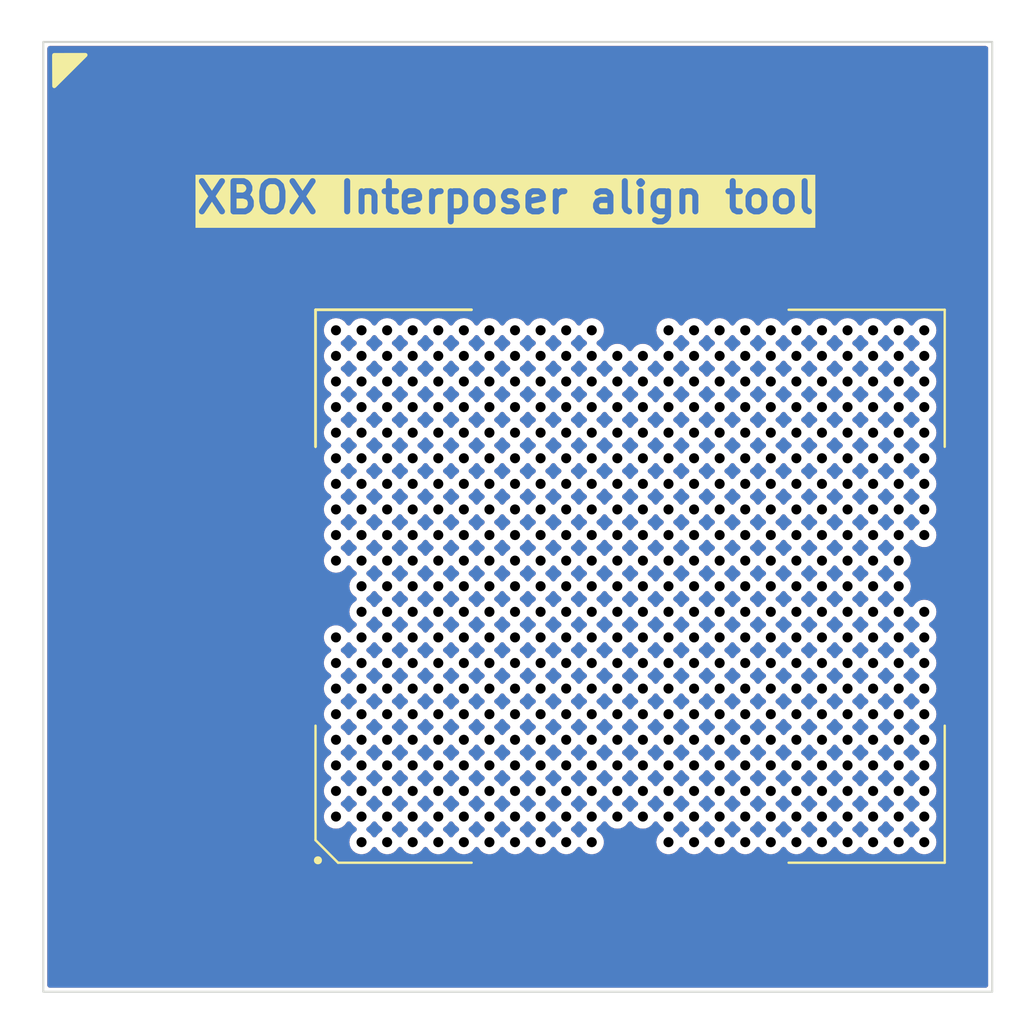
<source format=kicad_pcb>
(kicad_pcb (version 20221018) (generator pcbnew)
  (layers (0 "F.Cu" signal) (31 "B.Cu" signal) (34 "B.Paste" user) (35 "F.Paste" user) (36 "B.SilkS" user "B.Silkscreen") (37 "F.SilkS" user "F.Silkscreen") (38 "B.Mask" user) (39 "F.Mask" user) (44 "Edge.Cuts" user))
  (net 0 "")
  (net 1 "GND")
  (footprint "interposer:uBGA495-aligntool" (layer "B.Cu") (at 145.757559 100.246635 -90)
    (fp_text reference "U2" hide)
    (fp_text value "uPGA2")
    (pad "" np_thru_hole circle locked (at -12.7 -16.145 270) (size 0.5 0.5) (drill 0.7) (layers "*.Mask"))
    (pad "" np_thru_hole circle locked (at -12.7 -14.875 270) (size 0.5 0.5) (drill 0.7) (layers "*.Mask"))
    (pad "" np_thru_hole circle locked (at -12.7 -13.605 270) (size 0.5 0.5) (drill 0.7) (layers "*.Mask"))
    (pad "" np_thru_hole circle locked (at -12.7 -12.335 270) (size 0.5 0.5) (drill 0.7) (layers "*.Mask"))
    (pad "" np_thru_hole circle locked (at -12.7 -11.065 270) (size 0.5 0.5) (drill 0.7) (layers "*.Mask"))
    (pad "" np_thru_hole circle locked (at -12.7 -9.795 270) (size 0.5 0.5) (drill 0.7) (layers "*.Mask"))
    (pad "" np_thru_hole circle locked (at -12.7 -8.525 270) (size 0.5 0.5) (drill 0.7) (layers "*.Mask"))
    (pad "" np_thru_hole circle locked (at -12.7 -7.255 270) (size 0.5 0.5) (drill 0.7) (layers "*.Mask"))
    (pad "" np_thru_hole circle locked (at -12.7 -5.985 270) (size 0.5 0.5) (drill 0.7) (layers "*.Mask"))
    (pad "" np_thru_hole circle locked (at -12.7 -4.715 270) (size 0.5 0.5) (drill 0.7) (layers "*.Mask"))
    (pad "" np_thru_hole circle locked (at -12.7 -3.445 270) (size 0.5 0.5) (drill 0.7) (layers "*.Mask"))
    (pad "" np_thru_hole circle locked (at -12.7 0.365 270) (size 0.5 0.5) (drill 0.7) (layers "*.Mask"))
    (pad "" np_thru_hole circle locked (at -12.7 1.635 270) (size 0.5 0.5) (drill 0.7) (layers "*.Mask"))
    (pad "" np_thru_hole circle locked (at -12.7 2.905 270) (size 0.5 0.5) (drill 0.7) (layers "*.Mask"))
    (pad "" np_thru_hole circle locked (at -12.7 4.175 270) (size 0.5 0.5) (drill 0.7) (layers "*.Mask"))
    (pad "" np_thru_hole circle locked (at -12.7 5.445 270) (size 0.5 0.5) (drill 0.7) (layers "*.Mask"))
    (pad "" np_thru_hole circle locked (at -12.7 6.715 270) (size 0.5 0.5) (drill 0.7) (layers "*.Mask"))
    (pad "" np_thru_hole circle locked (at -12.7 7.985 270) (size 0.5 0.5) (drill 0.7) (layers "*.Mask"))
    (pad "" np_thru_hole circle locked (at -12.7 9.255 270) (size 0.5 0.5) (drill 0.7) (layers "*.Mask"))
    (pad "" np_thru_hole circle locked (at -12.7 10.525 270) (size 0.5 0.5) (drill 0.7) (layers "*.Mask"))
    (pad "" np_thru_hole circle locked (at -12.7 11.795 270) (size 0.5 0.5) (drill 0.7) (layers "*.Mask"))
    (pad "" np_thru_hole circle locked (at -12.7 13.065 270) (size 0.5 0.5) (drill 0.7) (layers "*.Mask"))
    (pad "" np_thru_hole circle locked (at -11.43 -16.145 270) (size 0.5 0.5) (drill 0.7) (layers "*.Mask"))
    (pad "" np_thru_hole circle locked (at -11.43 -14.875 270) (size 0.5 0.5) (drill 0.7) (layers "*.Mask"))
    (pad "" np_thru_hole circle locked (at -11.43 -13.605 270) (size 0.5 0.5) (drill 0.7) (layers "*.Mask"))
    (pad "" np_thru_hole circle locked (at -11.43 -12.335 270) (size 0.5 0.5) (drill 0.7) (layers "*.Mask"))
    (pad "" np_thru_hole circle locked (at -11.43 -11.065 270) (size 0.5 0.5) (drill 0.7) (layers "*.Mask"))
    (pad "" np_thru_hole circle locked (at -11.43 -9.795 270) (size 0.5 0.5) (drill 0.7) (layers "*.Mask"))
    (pad "" np_thru_hole circle locked (at -11.43 -8.525 270) (size 0.5 0.5) (drill 0.7) (layers "*.Mask"))
    (pad "" np_thru_hole circle locked (at -11.43 -7.255 270) (size 0.5 0.5) (drill 0.7) (layers "*.Mask"))
    (pad "" np_thru_hole circle locked (at -11.43 -5.985 270) (size 0.5 0.5) (drill 0.7) (layers "*.Mask"))
    (pad "" np_thru_hole circle locked (at -11.43 -4.715 270) (size 0.5 0.5) (drill 0.7) (layers "*.Mask"))
    (pad "" np_thru_hole circle locked (at -11.43 -3.445 270) (size 0.5 0.5) (drill 0.7) (layers "*.Mask"))
    (pad "" np_thru_hole circle locked (at -11.43 -2.175 270) (size 0.5 0.5) (drill 0.7) (layers "*.Mask"))
    (pad "" np_thru_hole circle locked (at -11.43 -0.905 270) (size 0.5 0.5) (drill 0.7) (layers "*.Mask"))
    (pad "" np_thru_hole circle locked (at -11.43 0.365 270) (size 0.5 0.5) (drill 0.7) (layers "*.Mask"))
    (pad "" np_thru_hole circle locked (at -11.43 1.635 270) (size 0.5 0.5) (drill 0.7) (layers "*.Mask"))
    (pad "" np_thru_hole circle locked (at -11.43 2.905 270) (size 0.5 0.5) (drill 0.7) (layers "*.Mask"))
    (pad "" np_thru_hole circle locked (at -11.43 4.175 270) (size 0.5 0.5) (drill 0.7) (layers "*.Mask"))
    (pad "" np_thru_hole circle locked (at -11.43 5.445 270) (size 0.5 0.5) (drill 0.7) (layers "*.Mask"))
    (pad "" np_thru_hole circle locked (at -11.43 6.715 270) (size 0.5 0.5) (drill 0.7) (layers "*.Mask"))
    (pad "" np_thru_hole circle locked (at -11.43 7.985 270) (size 0.5 0.5) (drill 0.7) (layers "*.Mask"))
    (pad "" np_thru_hole circle locked (at -11.43 9.255 270) (size 0.5 0.5) (drill 0.7) (layers "*.Mask"))
    (pad "" np_thru_hole circle locked (at -11.43 10.525 270) (size 0.5 0.5) (drill 0.7) (layers "*.Mask"))
    (pad "" np_thru_hole circle locked (at -11.43 11.795 270) (size 0.5 0.5) (drill 0.7) (layers "*.Mask"))
    (pad "" np_thru_hole circle locked (at -11.43 13.065 270) (size 0.5 0.5) (drill 0.7) (layers "*.Mask"))
    (pad "" np_thru_hole circle locked (at -10.16 -16.145 270) (size 0.5 0.5) (drill 0.7) (layers "*.Mask"))
    (pad "" np_thru_hole circle locked (at -10.16 -14.875 270) (size 0.5 0.5) (drill 0.7) (layers "*.Mask"))
    (pad "" np_thru_hole circle locked (at -10.16 -13.605 270) (size 0.5 0.5) (drill 0.7) (layers "*.Mask"))
    (pad "" np_thru_hole circle locked (at -10.16 -12.335 270) (size 0.5 0.5) (drill 0.7) (layers "*.Mask"))
    (pad "" np_thru_hole circle locked (at -10.16 -11.065 270) (size 0.5 0.5) (drill 0.7) (layers "*.Mask"))
    (pad "" np_thru_hole circle locked (at -10.16 -9.795 270) (size 0.5 0.5) (drill 0.7) (layers "*.Mask"))
    (pad "" np_thru_hole circle locked (at -10.16 -8.525 270) (size 0.5 0.5) (drill 0.7) (layers "*.Mask"))
    (pad "" np_thru_hole circle locked (at -10.16 -7.255 270) (size 0.5 0.5) (drill 0.7) (layers "*.Mask"))
    (pad "" np_thru_hole circle locked (at -10.16 -5.985 270) (size 0.5 0.5) (drill 0.7) (layers "*.Mask"))
    (pad "" np_thru_hole circle locked (at -10.16 -4.715 270) (size 0.5 0.5) (drill 0.7) (layers "*.Mask"))
    (pad "" np_thru_hole circle locked (at -10.16 -3.445 270) (size 0.5 0.5) (drill 0.7) (layers "*.Mask"))
    (pad "" np_thru_hole circle locked (at -10.16 -2.175 270) (size 0.5 0.5) (drill 0.7) (layers "*.Mask"))
    (pad "" np_thru_hole circle locked (at -10.16 -0.905 270) (size 0.5 0.5) (drill 0.7) (layers "*.Mask"))
    (pad "" np_thru_hole circle locked (at -10.16 0.365 270) (size 0.5 0.5) (drill 0.7) (layers "*.Mask"))
    (pad "" np_thru_hole circle locked (at -10.16 1.635 270) (size 0.5 0.5) (drill 0.7) (layers "*.Mask"))
    (pad "" np_thru_hole circle locked (at -10.16 2.905 270) (size 0.5 0.5) (drill 0.7) (layers "*.Mask"))
    (pad "" np_thru_hole circle locked (at -10.16 4.175 270) (size 0.5 0.5) (drill 0.7) (layers "*.Mask"))
    (pad "" np_thru_hole circle locked (at -10.16 5.445 270) (size 0.5 0.5) (drill 0.7) (layers "*.Mask"))
    (pad "" np_thru_hole circle locked (at -10.16 6.715 270) (size 0.5 0.5) (drill 0.7) (layers "*.Mask"))
    (pad "" np_thru_hole circle locked (at -10.16 7.985 270) (size 0.5 0.5) (drill 0.7) (layers "*.Mask"))
    (pad "" np_thru_hole circle locked (at -10.16 9.255 270) (size 0.5 0.5) (drill 0.7) (layers "*.Mask"))
    (pad "" np_thru_hole circle locked (at -10.16 10.525 270) (size 0.5 0.5) (drill 0.7) (layers "*.Mask"))
    (pad "" np_thru_hole circle locked (at -10.16 11.795 270) (size 0.5 0.5) (drill 0.7) (layers "*.Mask"))
    (pad "" np_thru_hole circle locked (at -10.16 13.065 270) (size 0.5 0.5) (drill 0.7) (layers "*.Mask"))
    (pad "" np_thru_hole circle locked (at -8.89 -16.145 270) (size 0.5 0.5) (drill 0.7) (layers "*.Mask"))
    (pad "" np_thru_hole circle locked (at -8.89 -14.875 270) (size 0.5 0.5) (drill 0.7) (layers "*.Mask"))
    (pad "" np_thru_hole circle locked (at -8.89 -13.605 270) (size 0.5 0.5) (drill 0.7) (layers "*.Mask"))
    (pad "" np_thru_hole circle locked (at -8.89 -12.335 270) (size 0.5 0.5) (drill 0.7) (layers "*.Mask"))
    (pad "" np_thru_hole circle locked (at -8.89 -11.065 270) (size 0.5 0.5) (drill 0.7) (layers "*.Mask"))
    (pad "" np_thru_hole circle locked (at -8.89 -9.795 270) (size 0.5 0.5) (drill 0.7) (layers "*.Mask"))
    (pad "" np_thru_hole circle locked (at -8.89 -8.525 270) (size 0.5 0.5) (drill 0.7) (layers "*.Mask"))
    (pad "" np_thru_hole circle locked (at -8.89 -7.255 270) (size 0.5 0.5) (drill 0.7) (layers "*.Mask"))
    (pad "" np_thru_hole circle locked (at -8.89 -5.985 270) (size 0.5 0.5) (drill 0.7) (layers "*.Mask"))
    (pad "" np_thru_hole circle locked (at -8.89 -4.715 270) (size 0.5 0.5) (drill 0.7) (layers "*.Mask"))
    (pad "" np_thru_hole circle locked (at -8.89 -3.445 270) (size 0.5 0.5) (drill 0.7) (layers "*.Mask"))
    (pad "" np_thru_hole circle locked (at -8.89 -2.175 270) (size 0.5 0.5) (drill 0.7) (layers "*.Mask"))
    (pad "" np_thru_hole circle locked (at -8.89 -0.905 270) (size 0.5 0.5) (drill 0.7) (layers "*.Mask"))
    (pad "" np_thru_hole circle locked (at -8.89 0.365 270) (size 0.5 0.5) (drill 0.7) (layers "*.Mask"))
    (pad "" np_thru_hole circle locked (at -8.89 1.635 270) (size 0.5 0.5) (drill 0.7) (layers "*.Mask"))
    (pad "" np_thru_hole circle locked (at -8.89 2.905 270) (size 0.5 0.5) (drill 0.7) (layers "*.Mask"))
    (pad "" np_thru_hole circle locked (at -8.89 4.175 270) (size 0.5 0.5) (drill 0.7) (layers "*.Mask"))
    (pad "" np_thru_hole circle locked (at -8.89 5.445 270) (size 0.5 0.5) (drill 0.7) (layers "*.Mask"))
    (pad "" np_thru_hole circle locked (at -8.89 6.715 270) (size 0.5 0.5) (drill 0.7) (layers "*.Mask"))
    (pad "" np_thru_hole circle locked (at -8.89 7.985 270) (size 0.5 0.5) (drill 0.7) (layers "*.Mask"))
    (pad "" np_thru_hole circle locked (at -8.89 9.255 270) (size 0.5 0.5) (drill 0.7) (layers "*.Mask"))
    (pad "" np_thru_hole circle locked (at -8.89 10.525 270) (size 0.5 0.5) (drill 0.7) (layers "*.Mask"))
    (pad "" np_thru_hole circle locked (at -8.89 11.795 270) (size 0.5 0.5) (drill 0.7) (layers "*.Mask"))
    (pad "" np_thru_hole circle locked (at -8.89 13.065 270) (size 0.5 0.5) (drill 0.7) (layers "*.Mask"))
    (pad "" np_thru_hole circle locked (at -7.62 -16.145 270) (size 0.5 0.5) (drill 0.7) (layers "*.Mask"))
    (pad "" np_thru_hole circle locked (at -7.62 -14.875 270) (size 0.5 0.5) (drill 0.7) (layers "*.Mask"))
    (pad "" np_thru_hole circle locked (at -7.62 -13.605 270) (size 0.5 0.5) (drill 0.7) (layers "*.Mask"))
    (pad "" np_thru_hole circle locked (at -7.62 -12.335 270) (size 0.5 0.5) (drill 0.7) (layers "*.Mask"))
    (pad "" np_thru_hole circle locked (at -7.62 -11.065 270) (size 0.5 0.5) (drill 0.7) (layers "*.Mask"))
    (pad "" np_thru_hole circle locked (at -7.62 -9.795 270) (size 0.5 0.5) (drill 0.7) (layers "*.Mask"))
    (pad "" np_thru_hole circle locked (at -7.62 -8.525 270) (size 0.5 0.5) (drill 0.7) (layers "*.Mask"))
    (pad "" np_thru_hole circle locked (at -7.62 -7.255 270) (size 0.5 0.5) (drill 0.7) (layers "*.Mask"))
    (pad "" np_thru_hole circle locked (at -7.62 -5.985 270) (size 0.5 0.5) (drill 0.7) (layers "*.Mask"))
    (pad "" np_thru_hole circle locked (at -7.62 -4.715 270) (size 0.5 0.5) (drill 0.7) (layers "*.Mask"))
    (pad "" np_thru_hole circle locked (at -7.62 -3.445 270) (size 0.5 0.5) (drill 0.7) (layers "*.Mask"))
    (pad "" np_thru_hole circle locked (at -7.62 -2.175 270) (size 0.5 0.5) (drill 0.7) (layers "*.Mask"))
    (pad "" np_thru_hole circle locked (at -7.62 -0.905 270) (size 0.5 0.5) (drill 0.7) (layers "*.Mask"))
    (pad "" np_thru_hole circle locked (at -7.62 0.365 270) (size 0.5 0.5) (drill 0.7) (layers "*.Mask"))
    (pad "" np_thru_hole circle locked (at -7.62 1.635 270) (size 0.5 0.5) (drill 0.7) (layers "*.Mask"))
    (pad "" np_thru_hole circle locked (at -7.62 2.905 270) (size 0.5 0.5) (drill 0.7) (layers "*.Mask"))
    (pad "" np_thru_hole circle locked (at -7.62 4.175 270) (size 0.5 0.5) (drill 0.7) (layers "*.Mask"))
    (pad "" np_thru_hole circle locked (at -7.62 5.445 270) (size 0.5 0.5) (drill 0.7) (layers "*.Mask"))
    (pad "" np_thru_hole circle locked (at -7.62 6.715 270) (size 0.5 0.5) (drill 0.7) (layers "*.Mask"))
    (pad "" np_thru_hole circle locked (at -7.62 7.985 270) (size 0.5 0.5) (drill 0.7) (layers "*.Mask"))
    (pad "" np_thru_hole circle locked (at -7.62 9.255 270) (size 0.5 0.5) (drill 0.7) (layers "*.Mask"))
    (pad "" np_thru_hole circle locked (at -7.62 10.525 270) (size 0.5 0.5) (drill 0.7) (layers "*.Mask"))
    (pad "" np_thru_hole circle locked (at -7.62 11.795 270) (size 0.5 0.5) (drill 0.7) (layers "*.Mask"))
    (pad "" np_thru_hole circle locked (at -7.62 13.065 270) (size 0.5 0.5) (drill 0.7) (layers "*.Mask"))
    (pad "" np_thru_hole circle locked (at -6.35 -16.145 270) (size 0.5 0.5) (drill 0.7) (layers "*.Mask"))
    (pad "" np_thru_hole circle locked (at -6.35 -14.875 270) (size 0.5 0.5) (drill 0.7) (layers "*.Mask"))
    (pad "" np_thru_hole circle locked (at -6.35 -13.605 270) (size 0.5 0.5) (drill 0.7) (layers "*.Mask"))
    (pad "" np_thru_hole circle locked (at -6.35 -12.335 270) (size 0.5 0.5) (drill 0.7) (layers "*.Mask"))
    (pad "" np_thru_hole circle locked (at -6.35 -11.065 270) (size 0.5 0.5) (drill 0.7) (layers "*.Mask"))
    (pad "" np_thru_hole circle locked (at -6.35 -9.795 270) (size 0.5 0.5) (drill 0.7) (layers "*.Mask"))
    (pad "" np_thru_hole circle locked (at -6.35 -8.525 270) (size 0.5 0.5) (drill 0.7) (layers "*.Mask"))
    (pad "" np_thru_hole circle locked (at -6.35 -7.255 270) (size 0.5 0.5) (drill 0.7) (layers "*.Mask"))
    (pad "" np_thru_hole circle locked (at -6.35 -5.985 270) (size 0.5 0.5) (drill 0.7) (layers "*.Mask"))
    (pad "" np_thru_hole circle locked (at -6.35 -4.715 270) (size 0.5 0.5) (drill 0.7) (layers "*.Mask"))
    (pad "" np_thru_hole circle locked (at -6.35 -3.445 270) (size 0.5 0.5) (drill 0.7) (layers "*.Mask"))
    (pad "" np_thru_hole circle locked (at -6.35 -2.175 270) (size 0.5 0.5) (drill 0.7) (layers "*.Mask"))
    (pad "" np_thru_hole circle locked (at -6.35 -0.905 270) (size 0.5 0.5) (drill 0.7) (layers "*.Mask"))
    (pad "" np_thru_hole circle locked (at -6.35 0.365 270) (size 0.5 0.5) (drill 0.7) (layers "*.Mask"))
    (pad "" np_thru_hole circle locked (at -6.35 1.635 270) (size 0.5 0.5) (drill 0.7) (layers "*.Mask"))
    (pad "" np_thru_hole circle locked (at -6.35 2.905 270) (size 0.5 0.5) (drill 0.7) (layers "*.Mask"))
    (pad "" np_thru_hole circle locked (at -6.35 4.175 270) (size 0.5 0.5) (drill 0.7) (layers "*.Mask"))
    (pad "" np_thru_hole circle locked (at -6.35 5.445 270) (size 0.5 0.5) (drill 0.7) (layers "*.Mask"))
    (pad "" np_thru_hole circle locked (at -6.35 6.715 270) (size 0.5 0.5) (drill 0.7) (layers "*.Mask"))
    (pad "" np_thru_hole circle locked (at -6.35 7.985 270) (size 0.5 0.5) (drill 0.7) (layers "*.Mask"))
    (pad "" np_thru_hole circle locked (at -6.35 9.255 270) (size 0.5 0.5) (drill 0.7) (layers "*.Mask"))
    (pad "" np_thru_hole circle locked (at -6.35 10.525 270) (size 0.5 0.5) (drill 0.7) (layers "*.Mask"))
    (pad "" np_thru_hole circle locked (at -6.35 11.795 270) (size 0.5 0.5) (drill 0.7) (layers "*.Mask"))
    (pad "" np_thru_hole circle locked (at -6.35 13.065 270) (size 0.5 0.5) (drill 0.7) (layers "*.Mask"))
    (pad "" np_thru_hole circle locked (at -5.08 -16.145 270) (size 0.5 0.5) (drill 0.7) (layers "*.Mask"))
    (pad "" np_thru_hole circle locked (at -5.08 -14.875 270) (size 0.5 0.5) (drill 0.7) (layers "*.Mask"))
    (pad "" np_thru_hole circle locked (at -5.08 -13.605 270) (size 0.5 0.5) (drill 0.7) (layers "*.Mask"))
    (pad "" np_thru_hole circle locked (at -5.08 -12.335 270) (size 0.5 0.5) (drill 0.7) (layers "*.Mask"))
    (pad "" np_thru_hole circle locked (at -5.08 -11.065 270) (size 0.5 0.5) (drill 0.7) (layers "*.Mask"))
    (pad "" np_thru_hole circle locked (at -5.08 -9.795 270) (size 0.5 0.5) (drill 0.7) (layers "*.Mask"))
    (pad "" np_thru_hole circle locked (at -5.08 -8.525 270) (size 0.5 0.5) (drill 0.7) (layers "*.Mask"))
    (pad "" np_thru_hole circle locked (at -5.08 -7.255 270) (size 0.5 0.5) (drill 0.7) (layers "*.Mask"))
    (pad "" np_thru_hole circle locked (at -5.08 -5.985 270) (size 0.5 0.5) (drill 0.7) (layers "*.Mask"))
    (pad "" np_thru_hole circle locked (at -5.08 -4.715 270) (size 0.5 0.5) (drill 0.7) (layers "*.Mask"))
    (pad "" np_thru_hole circle locked (at -5.08 -3.445 270) (size 0.5 0.5) (drill 0.7) (layers "*.Mask"))
    (pad "" np_thru_hole circle locked (at -5.08 -2.175 270) (size 0.5 0.5) (drill 0.7) (layers "*.Mask"))
    (pad "" np_thru_hole circle locked (at -5.08 -0.905 270) (size 0.5 0.5) (drill 0.7) (layers "*.Mask"))
    (pad "" np_thru_hole circle locked (at -5.08 0.365 270) (size 0.5 0.5) (drill 0.7) (layers "*.Mask"))
    (pad "" np_thru_hole circle locked (at -5.08 1.635 270) (size 0.5 0.5) (drill 0.7) (layers "*.Mask"))
    (pad "" np_thru_hole circle locked (at -5.08 2.905 270) (size 0.5 0.5) (drill 0.7) (layers "*.Mask"))
    (pad "" np_thru_hole circle locked (at -5.08 4.175 270) (size 0.5 0.5) (drill 0.7) (layers "*.Mask"))
    (pad "" np_thru_hole circle locked (at -5.08 5.445 270) (size 0.5 0.5) (drill 0.7) (layers "*.Mask"))
    (pad "" np_thru_hole circle locked (at -5.08 6.715 270) (size 0.5 0.5) (drill 0.7) (layers "*.Mask"))
    (pad "" np_thru_hole circle locked (at -5.08 7.985 270) (size 0.5 0.5) (drill 0.7) (layers "*.Mask"))
    (pad "" np_thru_hole circle locked (at -5.08 9.255 270) (size 0.5 0.5) (drill 0.7) (layers "*.Mask"))
    (pad "" np_thru_hole circle locked (at -5.08 10.525 270) (size 0.5 0.5) (drill 0.7) (layers "*.Mask"))
    (pad "" np_thru_hole circle locked (at -5.08 11.795 270) (size 0.5 0.5) (drill 0.7) (layers "*.Mask"))
    (pad "" np_thru_hole circle locked (at -5.08 13.065 270) (size 0.5 0.5) (drill 0.7) (layers "*.Mask"))
    (pad "" np_thru_hole circle locked (at -3.81 -16.145 270) (size 0.5 0.5) (drill 0.7) (layers "*.Mask"))
    (pad "" np_thru_hole circle locked (at -3.81 -14.875 270) (size 0.5 0.5) (drill 0.7) (layers "*.Mask"))
    (pad "" np_thru_hole circle locked (at -3.81 -13.605 270) (size 0.5 0.5) (drill 0.7) (layers "*.Mask"))
    (pad "" np_thru_hole circle locked (at -3.81 -12.335 270) (size 0.5 0.5) (drill 0.7) (layers "*.Mask"))
    (pad "" np_thru_hole circle locked (at -3.81 -11.065 270) (size 0.5 0.5) (drill 0.7) (layers "*.Mask"))
    (pad "" np_thru_hole circle locked (at -3.81 -9.795 270) (size 0.5 0.5) (drill 0.7) (layers "*.Mask"))
    (pad "" np_thru_hole circle locked (at -3.81 -8.525 270) (size 0.5 0.5) (drill 0.7) (layers "*.Mask"))
    (pad "" np_thru_hole circle locked (at -3.81 -7.255 270) (size 0.5 0.5) (drill 0.7) (layers "*.Mask"))
    (pad "" np_thru_hole circle locked (at -3.81 -5.985 270) (size 0.5 0.5) (drill 0.7) (layers "*.Mask"))
    (pad "" np_thru_hole circle locked (at -3.81 -4.715 270) (size 0.5 0.5) (drill 0.7) (layers "*.Mask"))
    (pad "" np_thru_hole circle locked (at -3.81 -3.445 270) (size 0.5 0.5) (drill 0.7) (layers "*.Mask"))
    (pad "" np_thru_hole circle locked (at -3.81 -2.175 270) (size 0.5 0.5) (drill 0.7) (layers "*.Mask"))
    (pad "" np_thru_hole circle locked (at -3.81 -0.905 270) (size 0.5 0.5) (drill 0.7) (layers "*.Mask"))
    (pad "" np_thru_hole circle locked (at -3.81 0.365 270) (size 0.5 0.5) (drill 0.7) (layers "*.Mask"))
    (pad "" np_thru_hole circle locked (at -3.81 1.635 270) (size 0.5 0.5) (drill 0.7) (layers "*.Mask"))
    (pad "" np_thru_hole circle locked (at -3.81 2.905 270) (size 0.5 0.5) (drill 0.7) (layers "*.Mask"))
    (pad "" np_thru_hole circle locked (at -3.81 4.175 270) (size 0.5 0.5) (drill 0.7) (layers "*.Mask"))
    (pad "" np_thru_hole circle locked (at -3.81 5.445 270) (size 0.5 0.5) (drill 0.7) (layers "*.Mask"))
    (pad "" np_thru_hole circle locked (at -3.81 6.715 270) (size 0.5 0.5) (drill 0.7) (layers "*.Mask"))
    (pad "" np_thru_hole circle locked (at -3.81 7.985 270) (size 0.5 0.5) (drill 0.7) (layers "*.Mask"))
    (pad "" np_thru_hole circle locked (at -3.81 9.255 270) (size 0.5 0.5) (drill 0.7) (layers "*.Mask"))
    (pad "" np_thru_hole circle locked (at -3.81 10.525 270) (size 0.5 0.5) (drill 0.7) (layers "*.Mask"))
    (pad "" np_thru_hole circle locked (at -3.81 11.795 270) (size 0.5 0.5) (drill 0.7) (layers "*.Mask"))
    (pad "" np_thru_hole circle locked (at -3.81 13.065 270) (size 0.5 0.5) (drill 0.7) (layers "*.Mask"))
    (pad "" np_thru_hole circle locked (at -2.54 -16.145 270) (size 0.5 0.5) (drill 0.7) (layers "*.Mask"))
    (pad "" np_thru_hole circle locked (at -2.54 -14.875 270) (size 0.5 0.5) (drill 0.7) (layers "*.Mask"))
    (pad "" np_thru_hole circle locked (at -2.54 -13.605 270) (size 0.5 0.5) (drill 0.7) (layers "*.Mask"))
    (pad "" np_thru_hole circle locked (at -2.54 -12.335 270) (size 0.5 0.5) (drill 0.7) (layers "*.Mask"))
    (pad "" np_thru_hole circle locked (at -2.54 -11.065 270) (size 0.5 0.5) (drill 0.7) (layers "*.Mask"))
    (pad "" np_thru_hole circle locked (at -2.54 -9.795 270) (size 0.5 0.5) (drill 0.7) (layers "*.Mask"))
    (pad "" np_thru_hole circle locked (at -2.54 -8.525 270) (size 0.5 0.5) (drill 0.7) (layers "*.Mask"))
    (pad "" np_thru_hole circle locked (at -2.54 -7.255 270) (size 0.5 0.5) (drill 0.7) (layers "*.Mask"))
    (pad "" np_thru_hole circle locked (at -2.54 -5.985 270) (size 0.5 0.5) (drill 0.7) (layers "*.Mask"))
    (pad "" np_thru_hole circle locked (at -2.54 -4.715 270) (size 0.5 0.5) (drill 0.7) (layers "*.Mask"))
    (pad "" np_thru_hole circle locked (at -2.54 -3.445 270) (size 0.5 0.5) (drill 0.7) (layers "*.Mask"))
    (pad "" np_thru_hole circle locked (at -2.54 -2.175 270) (size 0.5 0.5) (drill 0.7) (layers "*.Mask"))
    (pad "" np_thru_hole circle locked (at -2.54 -0.905 270) (size 0.5 0.5) (drill 0.7) (layers "*.Mask"))
    (pad "" np_thru_hole circle locked (at -2.54 0.365 270) (size 0.5 0.5) (drill 0.7) (layers "*.Mask"))
    (pad "" np_thru_hole circle locked (at -2.54 1.635 270) (size 0.5 0.5) (drill 0.7) (layers "*.Mask"))
    (pad "" np_thru_hole circle locked (at -2.54 2.905 270) (size 0.5 0.5) (drill 0.7) (layers "*.Mask"))
    (pad "" np_thru_hole circle locked (at -2.54 4.175 270) (size 0.5 0.5) (drill 0.7) (layers "*.Mask"))
    (pad "" np_thru_hole circle locked (at -2.54 5.445 270) (size 0.5 0.5) (drill 0.7) (layers "*.Mask"))
    (pad "" np_thru_hole circle locked (at -2.54 6.715 270) (size 0.5 0.5) (drill 0.7) (layers "*.Mask"))
    (pad "" np_thru_hole circle locked (at -2.54 7.985 270) (size 0.5 0.5) (drill 0.7) (layers "*.Mask"))
    (pad "" np_thru_hole circle locked (at -2.54 9.255 270) (size 0.5 0.5) (drill 0.7) (layers "*.Mask"))
    (pad "" np_thru_hole circle locked (at -2.54 10.525 270) (size 0.5 0.5) (drill 0.7) (layers "*.Mask"))
    (pad "" np_thru_hole circle locked (at -2.54 11.795 270) (size 0.5 0.5) (drill 0.7) (layers "*.Mask"))
    (pad "" np_thru_hole circle locked (at -2.54 13.065 270) (size 0.5 0.5) (drill 0.7) (layers "*.Mask"))
    (pad "" np_thru_hole circle locked (at -1.27 -14.875 270) (size 0.5 0.5) (drill 0.7) (layers "*.Mask"))
    (pad "" np_thru_hole circle locked (at -1.27 -13.605 270) (size 0.5 0.5) (drill 0.7) (layers "*.Mask"))
    (pad "" np_thru_hole circle locked (at -1.27 -12.335 270) (size 0.5 0.5) (drill 0.7) (layers "*.Mask"))
    (pad "" np_thru_hole circle locked (at -1.27 -11.065 270) (size 0.5 0.5) (drill 0.7) (layers "*.Mask"))
    (pad "" np_thru_hole circle locked (at -1.27 -9.795 270) (size 0.5 0.5) (drill 0.7) (layers "*.Mask"))
    (pad "" np_thru_hole circle locked (at -1.27 -8.525 270) (size 0.5 0.5) (drill 0.7) (layers "*.Mask"))
    (pad "" np_thru_hole circle locked (at -1.27 -7.255 270) (size 0.5 0.5) (drill 0.7) (layers "*.Mask"))
    (pad "" np_thru_hole circle locked (at -1.27 -5.985 270) (size 0.5 0.5) (drill 0.7) (layers "*.Mask"))
    (pad "" np_thru_hole circle locked (at -1.27 -4.715 270) (size 0.5 0.5) (drill 0.7) (layers "*.Mask"))
    (pad "" np_thru_hole circle locked (at -1.27 -3.445 270) (size 0.5 0.5) (drill 0.7) (layers "*.Mask"))
    (pad "" np_thru_hole circle locked (at -1.27 -2.175 270) (size 0.5 0.5) (drill 0.7) (layers "*.Mask"))
    (pad "" np_thru_hole circle locked (at -1.27 -0.905 270) (size 0.5 0.5) (drill 0.7) (layers "*.Mask"))
    (pad "" np_thru_hole circle locked (at -1.27 0.365 270) (size 0.5 0.5) (drill 0.7) (layers "*.Mask"))
    (pad "" np_thru_hole circle locked (at -1.27 1.635 270) (size 0.5 0.5) (drill 0.7) (layers "*.Mask"))
    (pad "" np_thru_hole circle locked (at -1.27 2.905 270) (size 0.5 0.5) (drill 0.7) (layers "*.Mask"))
    (pad "" np_thru_hole circle locked (at -1.27 4.175 270) (size 0.5 0.5) (drill 0.7) (layers "*.Mask"))
    (pad "" np_thru_hole circle locked (at -1.27 5.445 270) (size 0.5 0.5) (drill 0.7) (layers "*.Mask"))
    (pad "" np_thru_hole circle locked (at -1.27 6.715 270) (size 0.5 0.5) (drill 0.7) (layers "*.Mask"))
    (pad "" np_thru_hole circle locked (at -1.27 7.985 270) (size 0.5 0.5) (drill 0.7) (layers "*.Mask"))
    (pad "" np_thru_hole circle locked (at -1.27 9.255 270) (size 0.5 0.5) (drill 0.7) (layers "*.Mask"))
    (pad "" np_thru_hole circle locked (at -1.27 10.525 270) (size 0.5 0.5) (drill 0.7) (layers "*.Mask"))
    (pad "" np_thru_hole circle locked (at -1.27 11.795 270) (size 0.5 0.5) (drill 0.7) (layers "*.Mask"))
    (pad "" np_thru_hole circle locked (at -1.27 13.065 270) (size 0.5 0.5) (drill 0.7) (layers "*.Mask"))
    (pad "" np_thru_hole circle locked (at 0 -14.875 270) (size 0.5 0.5) (drill 0.7) (layers "*.Mask"))
    (pad "" np_thru_hole circle locked (at 0 -13.605 270) (size 0.5 0.5) (drill 0.7) (layers "*.Mask"))
    (pad "" np_thru_hole circle locked (at 0 -12.335 270) (size 0.5 0.5) (drill 0.7) (layers "*.Mask"))
    (pad "" np_thru_hole circle locked (at 0 -11.065 270) (size 0.5 0.5) (drill 0.7) (layers "*.Mask"))
    (pad "" np_thru_hole circle locked (at 0 -9.795 270) (size 0.5 0.5) (drill 0.7) (layers "*.Mask"))
    (pad "" np_thru_hole circle locked (at 0 -8.525 270) (size 0.5 0.5) (drill 0.7) (layers "*.Mask"))
    (pad "" np_thru_hole circle locked (at 0 -7.255 270) (size 0.5 0.5) (drill 0.7) (layers "*.Mask"))
    (pad "" np_thru_hole circle locked (at 0 -5.985 270) (size 0.5 0.5) (drill 0.7) (layers "*.Mask"))
    (pad "" np_thru_hole circle locked (at 0 -4.715 270) (size 0.5 0.5) (drill 0.7) (layers "*.Mask"))
    (pad "" np_thru_hole circle locked (at 0 -3.445 270) (size 0.5 0.5) (drill 0.7) (layers "*.Mask"))
    (pad "" np_thru_hole circle locked (at 0 -2.175 270) (size 0.5 0.5) (drill 0.7) (layers "*.Mask"))
    (pad "" np_thru_hole circle locked (at 0 -0.905 270) (size 0.5 0.5) (drill 0.7) (layers "*.Mask"))
    (pad "" np_thru_hole circle locked (at 0 0.365 270) (size 0.5 0.5) (drill 0.7) (layers "*.Mask"))
    (pad "" np_thru_hole circle locked (at 0 1.635 270) (size 0.5 0.5) (drill 0.7) (layers "*.Mask"))
    (pad "" np_thru_hole circle locked (at 0 2.905 270) (size 0.5 0.5) (drill 0.7) (layers "*.Mask"))
    (pad "" np_thru_hole circle locked (at 0 4.175 270) (size 0.5 0.5) (drill 0.7) (layers "*.Mask"))
    (pad "" np_thru_hole circle locked (at 0 5.445 270) (size 0.5 0.5) (drill 0.7) (layers "*.Mask"))
    (pad "" np_thru_hole circle locked (at 0 6.715 270) (size 0.5 0.5) (drill 0.7) (layers "*.Mask"))
    (pad "" np_thru_hole circle locked (at 0 7.985 270) (size 0.5 0.5) (drill 0.7) (layers "*.Mask"))
    (pad "" np_thru_hole circle locked (at 0 9.255 270) (size 0.5 0.5) (drill 0.7) (layers "*.Mask"))
    (pad "" np_thru_hole circle locked (at 0 10.525 270) (size 0.5 0.5) (drill 0.7) (layers "*.Mask"))
    (pad "" np_thru_hole circle locked (at 0 11.795 270) (size 0.5 0.5) (drill 0.7) (layers "*.Mask"))
    (pad "" np_thru_hole circle locked (at 1.27 -16.145 270) (size 0.5 0.5) (drill 0.7) (layers "*.Mask"))
    (pad "" np_thru_hole circle locked (at 1.27 -14.875 270) (size 0.5 0.5) (drill 0.7) (layers "*.Mask"))
    (pad "" np_thru_hole circle locked (at 1.27 -13.605 270) (size 0.5 0.5) (drill 0.7) (layers "*.Mask"))
    (pad "" np_thru_hole circle locked (at 1.27 -12.335 270) (size 0.5 0.5) (drill 0.7) (layers "*.Mask"))
    (pad "" np_thru_hole circle locked (at 1.27 -11.065 270) (size 0.5 0.5) (drill 0.7) (layers "*.Mask"))
    (pad "" np_thru_hole circle locked (at 1.27 -9.795 270) (size 0.5 0.5) (drill 0.7) (layers "*.Mask"))
    (pad "" np_thru_hole circle locked (at 1.27 -8.525 270) (size 0.5 0.5) (drill 0.7) (layers "*.Mask"))
    (pad "" np_thru_hole circle locked (at 1.27 -7.255 270) (size 0.5 0.5) (drill 0.7) (layers "*.Mask"))
    (pad "" np_thru_hole circle locked (at 1.27 -5.985 270) (size 0.5 0.5) (drill 0.7) (layers "*.Mask"))
    (pad "" np_thru_hole circle locked (at 1.27 -4.715 270) (size 0.5 0.5) (drill 0.7) (layers "*.Mask"))
    (pad "" np_thru_hole circle locked (at 1.27 -3.445 270) (size 0.5 0.5) (drill 0.7) (layers "*.Mask"))
    (pad "" np_thru_hole circle locked (at 1.27 -2.175 270) (size 0.5 0.5) (drill 0.7) (layers "*.Mask"))
    (pad "" np_thru_hole circle locked (at 1.27 -0.905 270) (size 0.5 0.5) (drill 0.7) (layers "*.Mask"))
    (pad "" np_thru_hole circle locked (at 1.27 0.365 270) (size 0.5 0.5) (drill 0.7) (layers "*.Mask"))
    (pad "" np_thru_hole circle locked (at 1.27 1.635 270) (size 0.5 0.5) (drill 0.7) (layers "*.Mask"))
    (pad "" np_thru_hole circle locked (at 1.27 2.905 270) (size 0.5 0.5) (drill 0.7) (layers "*.Mask"))
    (pad "" np_thru_hole circle locked (at 1.27 4.175 270) (size 0.5 0.5) (drill 0.7) (layers "*.Mask"))
    (pad "" np_thru_hole circle locked (at 1.27 5.445 270) (size 0.5 0.5) (drill 0.7) (layers "*.Mask"))
    (pad "" np_thru_hole circle locked (at 1.27 6.715 270) (size 0.5 0.5) (drill 0.7) (layers "*.Mask"))
    (pad "" np_thru_hole circle locked (at 1.27 7.985 270) (size 0.5 0.5) (drill 0.7) (layers "*.Mask"))
    (pad "" np_thru_hole circle locked (at 1.27 9.255 270) (size 0.5 0.5) (drill 0.7) (layers "*.Mask"))
    (pad "" np_thru_hole circle locked (at 1.27 10.525 270) (size 0.5 0.5) (drill 0.7) (layers "*.Mask"))
    (pad "" np_thru_hole circle locked (at 1.27 11.795 270) (size 0.5 0.5) (drill 0.7) (layers "*.Mask"))
    (pad "" np_thru_hole circle locked (at 2.54 -16.145 270) (size 0.5 0.5) (drill 0.7) (layers "*.Mask"))
    (pad "" np_thru_hole circle locked (at 2.54 -14.875 270) (size 0.5 0.5) (drill 0.7) (layers "*.Mask"))
    (pad "" np_thru_hole circle locked (at 2.54 -13.605 270) (size 0.5 0.5) (drill 0.7) (layers "*.Mask"))
    (pad "" np_thru_hole circle locked (at 2.54 -12.335 270) (size 0.5 0.5) (drill 0.7) (layers "*.Mask"))
    (pad "" np_thru_hole circle locked (at 2.54 -11.065 270) (size 0.5 0.5) (drill 0.7) (layers "*.Mask"))
    (pad "" np_thru_hole circle locked (at 2.54 -9.795 270) (size 0.5 0.5) (drill 0.7) (layers "*.Mask"))
    (pad "" np_thru_hole circle locked (at 2.54 -8.525 270) (size 0.5 0.5) (drill 0.7) (layers "*.Mask"))
    (pad "" np_thru_hole circle locked (at 2.54 -7.255 270) (size 0.5 0.5) (drill 0.7) (layers "*.Mask"))
    (pad "" np_thru_hole circle locked (at 2.54 -5.985 270) (size 0.5 0.5) (drill 0.7) (layers "*.Mask"))
    (pad "" np_thru_hole circle locked (at 2.54 -4.715 270) (size 0.5 0.5) (drill 0.7) (layers "*.Mask"))
    (pad "" np_thru_hole circle locked (at 2.54 -3.445 270) (size 0.5 0.5) (drill 0.7) (layers "*.Mask"))
    (pad "" np_thru_hole circle locked (at 2.54 -2.175 270) (size 0.5 0.5) (drill 0.7) (layers "*.Mask"))
    (pad "" np_thru_hole circle locked (at 2.54 -0.905 270) (size 0.5 0.5) (drill 0.7) (layers "*.Mask"))
    (pad "" np_thru_hole circle locked (at 2.54 0.365 270) (size 0.5 0.5) (drill 0.7) (layers "*.Mask"))
    (pad "" np_thru_hole circle locked (at 2.54 1.635 270) (size 0.5 0.5) (drill 0.7) (layers "*.Mask"))
    (pad "" np_thru_hole circle locked (at 2.54 2.905 270) (size 0.5 0.5) (drill 0.7) (layers "*.Mask"))
    (pad "" np_thru_hole circle locked (at 2.54 4.175 270) (size 0.5 0.5) (drill 0.7) (layers "*.Mask"))
    (pad "" np_thru_hole circle locked (at 2.54 5.445 270) (size 0.5 0.5) (drill 0.7) (layers "*.Mask"))
    (pad "" np_thru_hole circle locked (at 2.54 6.715 270) (size 0.5 0.5) (drill 0.7) (layers "*.Mask"))
    (pad "" np_thru_hole circle locked (at 2.54 7.985 270) (size 0.5 0.5) (drill 0.7) (layers "*.Mask"))
    (pad "" np_thru_hole circle locked (at 2.54 9.255 270) (size 0.5 0.5) (drill 0.7) (layers "*.Mask"))
    (pad "" np_thru_hole circle locked (at 2.54 10.525 270) (size 0.5 0.5) (drill 0.7) (layers "*.Mask"))
    (pad "" np_thru_hole circle locked (at 2.54 11.795 270) (size 0.5 0.5) (drill 0.7) (layers "*.Mask"))
    (pad "" np_thru_hole circle locked (at 2.54 13.065 270) (size 0.5 0.5) (drill 0.7) (layers "*.Mask"))
    (pad "" np_thru_hole circle locked (at 3.81 -16.145 270) (size 0.5 0.5) (drill 0.7) (layers "*.Mask"))
    (pad "" np_thru_hole circle locked (at 3.81 -14.875 270) (size 0.5 0.5) (drill 0.7) (layers "*.Mask"))
    (pad "" np_thru_hole circle locked (at 3.81 -13.605 270) (size 0.5 0.5) (drill 0.7) (layers "*.Mask"))
    (pad "" np_thru_hole circle locked (at 3.81 -12.335 270) (size 0.5 0.5) (drill 0.7) (layers "*.Mask"))
    (pad "" np_thru_hole circle locked (at 3.81 -11.065 270) (size 0.5 0.5) (drill 0.7) (layers "*.Mask"))
    (pad "" np_thru_hole circle locked (at 3.81 -9.795 270) (size 0.5 0.5) (drill 0.7) (layers "*.Mask"))
    (pad "" np_thru_hole circle locked (at 3.81 -8.525 270) (size 0.5 0.5) (drill 0.7) (layers "*.Mask"))
    (pad "" np_thru_hole circle locked (at 3.81 -7.255 270) (size 0.5 0.5) (drill 0.7) (layers "*.Mask"))
    (pad "" np_thru_hole circle locked (at 3.81 -5.985 270) (size 0.5 0.5) (drill 0.7) (layers "*.Mask"))
    (pad "" np_thru_hole circle locked (at 3.81 -4.715 270) (size 0.5 0.5) (drill 0.7) (layers "*.Mask"))
    (pad "" np_thru_hole circle locked (at 3.81 -3.445 270) (size 0.5 0.5) (drill 0.7) (layers "*.Mask"))
    (pad "" np_thru_hole circle locked (at 3.81 -2.175 270) (size 0.5 0.5) (drill 0.7) (layers "*.Mask"))
    (pad "" np_thru_hole circle locked (at 3.81 -0.905 270) (size 0.5 0.5) (drill 0.7) (layers "*.Mask"))
    (pad "" np_thru_hole circle locked (at 3.81 0.365 270) (size 0.5 0.5) (drill 0.7) (layers "*.Mask"))
    (pad "" np_thru_hole circle locked (at 3.81 1.635 270) (size 0.5 0.5) (drill 0.7) (layers "*.Mask"))
    (pad "" np_thru_hole circle locked (at 3.81 2.905 270) (size 0.5 0.5) (drill 0.7) (layers "*.Mask"))
    (pad "" np_thru_hole circle locked (at 3.81 4.175 270) (size 0.5 0.5) (drill 0.7) (layers "*.Mask"))
    (pad "" np_thru_hole circle locked (at 3.81 5.445 270) (size 0.5 0.5) (drill 0.7) (layers "*.Mask"))
    (pad "" np_thru_hole circle locked (at 3.81 6.715 270) (size 0.5 0.5) (drill 0.7) (layers "*.Mask"))
    (pad "" np_thru_hole circle locked (at 3.81 7.985 270) (size 0.5 0.5) (drill 0.7) (layers "*.Mask"))
    (pad "" np_thru_hole circle locked (at 3.81 9.255 270) (size 0.5 0.5) (drill 0.7) (layers "*.Mask"))
    (pad "" np_thru_hole circle locked (at 3.81 10.525 270) (size 0.5 0.5) (drill 0.7) (layers "*.Mask"))
    (pad "" np_thru_hole circle locked (at 3.81 11.795 270) (size 0.5 0.5) (drill 0.7) (layers "*.Mask"))
    (pad "" np_thru_hole circle locked (at 3.81 13.065 270) (size 0.5 0.5) (drill 0.7) (layers "*.Mask"))
    (pad "" np_thru_hole circle locked (at 5.08 -16.145 270) (size 0.5 0.5) (drill 0.7) (layers "*.Mask"))
    (pad "" np_thru_hole circle locked (at 5.08 -14.875 270) (size 0.5 0.5) (drill 0.7) (layers "*.Mask"))
    (pad "" np_thru_hole circle locked (at 5.08 -13.605 270) (size 0.5 0.5) (drill 0.7) (layers "*.Mask"))
    (pad "" np_thru_hole circle locked (at 5.08 -12.335 270) (size 0.5 0.5) (drill 0.7) (layers "*.Mask"))
    (pad "" np_thru_hole circle locked (at 5.08 -11.065 270) (size 0.5 0.5) (drill 0.7) (layers "*.Mask"))
    (pad "" np_thru_hole circle locked (at 5.08 -9.795 270) (size 0.5 0.5) (drill 0.7) (layers "*.Mask"))
    (pad "" np_thru_hole circle locked (at 5.08 -8.525 270) (size 0.5 0.5) (drill 0.7) (layers "*.Mask"))
    (pad "" np_thru_hole circle locked (at 5.08 -7.255 270) (size 0.5 0.5) (drill 0.7) (layers "*.Mask"))
    (pad "" np_thru_hole circle locked (at 5.08 -5.985 270) (size 0.5 0.5) (drill 0.7) (layers "*.Mask"))
    (pad "" np_thru_hole circle locked (at 5.08 -4.715 270) (size 0.5 0.5) (drill 0.7) (layers "*.Mask"))
    (pad "" np_thru_hole circle locked (at 5.08 -3.445 270) (size 0.5 0.5) (drill 0.7) (layers "*.Mask"))
    (pad "" np_thru_hole circle locked (at 5.08 -2.175 270) (size 0.5 0.5) (drill 0.7) (layers "*.Mask"))
    (pad "" np_thru_hole circle locked (at 5.08 -0.905 270) (size 0.5 0.5) (drill 0.7) (layers "*.Mask"))
    (pad "" np_thru_hole circle locked (at 5.08 0.365 270) (size 0.5 0.5) (drill 0.7) (layers "*.Mask"))
    (pad "" np_thru_hole circle locked (at 5.08 1.635 270) (size 0.5 0.5) (drill 0.7) (layers "*.Mask"))
    (pad "" np_thru_hole circle locked (at 5.08 2.905 270) (size 0.5 0.5) (drill 0.7) (layers "*.Mask"))
    (pad "" np_thru_hole circle locked (at 5.08 4.175 270) (size 0.5 0.5) (drill 0.7) (layers "*.Mask"))
    (pad "" np_thru_hole circle locked (at 5.08 5.445 270) (size 0.5 0.5) (drill 0.7) (layers "*.Mask"))
    (pad "" np_thru_hole circle locked (at 5.08 6.715 270) (size 0.5 0.5) (drill 0.7) (layers "*.Mask"))
    (pad "" np_thru_hole circle locked (at 5.08 7.985 270) (size 0.5 0.5) (drill 0.7) (layers "*.Mask"))
    (pad "" np_thru_hole circle locked (at 5.08 9.255 270) (size 0.5 0.5) (drill 0.7) (layers "*.Mask"))
    (pad "" np_thru_hole circle locked (at 5.08 10.525 270) (size 0.5 0.5) (drill 0.7) (layers "*.Mask"))
    (pad "" np_thru_hole circle locked (at 5.08 11.795 270) (size 0.5 0.5) (drill 0.7) (layers "*.Mask"))
    (pad "" np_thru_hole circle locked (at 5.08 13.065 270) (size 0.5 0.5) (drill 0.7) (layers "*.Mask"))
    (pad "" np_thru_hole circle locked (at 6.35 -16.145 270) (size 0.5 0.5) (drill 0.7) (layers "*.Mask"))
    (pad "" np_thru_hole circle locked (at 6.35 -14.875 270) (size 0.5 0.5) (drill 0.7) (layers "*.Mask"))
    (pad "" np_thru_hole circle locked (at 6.35 -13.605 270) (size 0.5 0.5) (drill 0.7) (layers "*.Mask"))
    (pad "" np_thru_hole circle locked (at 6.35 -12.335 270) (size 0.5 0.5) (drill 0.7) (layers "*.Mask"))
    (pad "" np_thru_hole circle locked (at 6.35 -11.065 270) (size 0.5 0.5) (drill 0.7) (layers "*.Mask"))
    (pad "" np_thru_hole circle locked (at 6.35 -9.795 270) (size 0.5 0.5) (drill 0.7) (layers "*.Mask"))
    (pad "" np_thru_hole circle locked (at 6.35 -8.525 270) (size 0.5 0.5) (drill 0.7) (layers "*.Mask"))
    (pad "" np_thru_hole circle locked (at 6.35 -7.255 270) (size 0.5 0.5) (drill 0.7) (layers "*.Mask"))
    (pad "" np_thru_hole circle locked (at 6.35 -5.985 270) (size 0.5 0.5) (drill 0.7) (layers "*.Mask"))
    (pad "" np_thru_hole circle locked (at 6.35 -4.715 270) (size 0.5 0.5) (drill 0.7) (layers "*.Mask"))
    (pad "" np_thru_hole circle locked (at 6.35 -3.445 270) (size 0.5 0.5) (drill 0.7) (layers "*.Mask"))
    (pad "" np_thru_hole circle locked (at 6.35 -2.175 270) (size 0.5 0.5) (drill 0.7) (layers "*.Mask"))
    (pad "" np_thru_hole circle locked (at 6.35 -0.905 270) (size 0.5 0.5) (drill 0.7) (layers "*.Mask"))
    (pad "" np_thru_hole circle locked (at 6.35 0.365 270) (size 0.5 0.5) (drill 0.7) (layers "*.Mask"))
    (pad "" np_thru_hole circle locked (at 6.35 1.635 270) (size 0.5 0.5) (drill 0.7) (layers "*.Mask"))
    (pad "" np_thru_hole circle locked (at 6.35 2.905 270) (size 0.5 0.5) (drill 0.7) (layers "*.Mask"))
    (pad "" np_thru_hole circle locked (at 6.35 4.175 270) (size 0.5 0.5) (drill 0.7) (layers "*.Mask"))
    (pad "" np_thru_hole circle locked (at 6.35 5.445 270) (size 0.5 0.5) (drill 0.7) (layers "*.Mask"))
    (pad "" np_thru_hole circle locked (at 6.35 6.715 270) (size 0.5 0.5) (drill 0.7) (layers "*.Mask"))
    (pad "" np_thru_hole circle locked (at 6.35 7.985 270) (size 0.5 0.5) (drill 0.7) (layers "*.Mask"))
    (pad "" np_thru_hole circle locked (at 6.35 9.255 270) (size 0.5 0.5) (drill 0.7) (layers "*.Mask"))
    (pad "" np_thru_hole circle locked (at 6.35 10.525 270) (size 0.5 0.5) (drill 0.7) (layers "*.Mask"))
    (pad "" np_thru_hole circle locked (at 6.35 11.795 270) (size 0.5 0.5) (drill 0.7) (layers "*.Mask"))
    (pad "" np_thru_hole circle locked (at 6.35 13.065 270) (size 0.5 0.5) (drill 0.7) (layers "*.Mask"))
    (pad "" np_thru_hole circle locked (at 7.62 -16.145 270) (size 0.5 0.5) (drill 0.7) (layers "*.Mask"))
    (pad "" np_thru_hole circle locked (at 7.62 -14.875 270) (size 0.5 0.5) (drill 0.7) (layers "*.Mask"))
    (pad "" np_thru_hole circle locked (at 7.62 -13.605 270) (size 0.5 0.5) (drill 0.7) (layers "*.Mask"))
    (pad "" np_thru_hole circle locked (at 7.62 -12.335 270) (size 0.5 0.5) (drill 0.7) (layers "*.Mask"))
    (pad "" np_thru_hole circle locked (at 7.62 -11.065 270) (size 0.5 0.5) (drill 0.7) (layers "*.Mask"))
    (pad "" np_thru_hole circle locked (at 7.62 -9.795 270) (size 0.5 0.5) (drill 0.7) (layers "*.Mask"))
    (pad "" np_thru_hole circle locked (at 7.62 -8.525 270) (size 0.5 0.5) (drill 0.7) (layers "*.Mask"))
    (pad "" np_thru_hole circle locked (at 7.62 -7.255 270) (size 0.5 0.5) (drill 0.7) (layers "*.Mask"))
    (pad "" np_thru_hole circle locked (at 7.62 -5.985 270) (size 0.5 0.5) (drill 0.7) (layers "*.Mask"))
    (pad "" np_thru_hole circle locked (at 7.62 -4.715 270) (size 0.5 0.5) (drill 0.7) (layers "*.Mask"))
    (pad "" np_thru_hole circle locked (at 7.62 -3.445 270) (size 0.5 0.5) (drill 0.7) (layers "*.Mask"))
    (pad "" np_thru_hole circle locked (at 7.62 -2.175 270) (size 0.5 0.5) (drill 0.7) (layers "*.Mask"))
    (pad "" np_thru_hole circle locked (at 7.62 -0.905 270) (size 0.5 0.5) (drill 0.7) (layers "*.Mask"))
    (pad "" np_thru_hole circle locked (at 7.62 0.365 270) (size 0.5 0.5) (drill 0.7) (layers "*.Mask"))
    (pad "" np_thru_hole circle locked (at 7.62 1.635 270) (size 0.5 0.5) (drill 0.7) (layers "*.Mask"))
    (pad "" np_thru_hole circle locked (at 7.62 2.905 270) (size 0.5 0.5) (drill 0.7) (layers "*.Mask"))
    (pad "" np_thru_hole circle locked (at 7.62 4.175 270) (size 0.5 0.5) (drill 0.7) (layers "*.Mask"))
    (pad "" np_thru_hole circle locked (at 7.62 5.445 270) (size 0.5 0.5) (drill 0.7) (layers "*.Mask"))
    (pad "" np_thru_hole circle locked (at 7.62 6.715 270) (size 0.5 0.5) (drill 0.7) (layers "*.Mask"))
    (pad "" np_thru_hole circle locked (at 7.62 7.985 270) (size 0.5 0.5) (drill 0.7) (layers "*.Mask"))
    (pad "" np_thru_hole circle locked (at 7.62 9.255 270) (size 0.5 0.5) (drill 0.7) (layers "*.Mask"))
    (pad "" np_thru_hole circle locked (at 7.62 10.525 270) (size 0.5 0.5) (drill 0.7) (layers "*.Mask"))
    (pad "" np_thru_hole circle locked (at 7.62 11.795 270) (size 0.5 0.5) (drill 0.7) (layers "*.Mask"))
    (pad "" np_thru_hole circle locked (at 7.62 13.065 270) (size 0.5 0.5) (drill 0.7) (layers "*.Mask"))
    (pad "" np_thru_hole circle locked (at 8.89 -16.145 270) (size 0.5 0.5) (drill 0.7) (layers "*.Mask"))
    (pad "" np_thru_hole circle locked (at 8.89 -14.875 270) (size 0.5 0.5) (drill 0.7) (layers "*.Mask"))
    (pad "" np_thru_hole circle locked (at 8.89 -13.605 270) (size 0.5 0.5) (drill 0.7) (layers "*.Mask"))
    (pad "" np_thru_hole circle locked (at 8.89 -12.335 270) (size 0.5 0.5) (drill 0.7) (layers "*.Mask"))
    (pad "" np_thru_hole circle locked (at 8.89 -11.065 270) (size 0.5 0.5) (drill 0.7) (layers "*.Mask"))
    (pad "" np_thru_hole circle locked (at 8.89 -9.795 270) (size 0.5 0.5) (drill 0.7) (layers "*.Mask"))
    (pad "" np_thru_hole circle locked (at 8.89 -8.525 270) (size 0.5 0.5) (drill 0.7) (layers "*.Mask"))
    (pad "" np_thru_hole circle locked (at 8.89 -7.255 270) (size 0.5 0.5) (drill 0.7) (layers "*.Mask"))
    (pad "" np_thru_hole circle locked (at 8.89 -5.985 270) (size 0.5 0.5) (drill 0.7) (layers "*.Mask"))
    (pad "" np_thru_hole circle locked (at 8.89 -4.715 270) (size 0.5 0.5) (drill 0.7) (layers "*.Mask"))
    (pad "" np_thru_hole circle locked (at 8.89 -3.445 270) (size 0.5 0.5) (drill 0.7) (layers "*.Mask"))
    (pad "" np_thru_hole circle locked (at 8.89 -2.175 270) (size 0.5 0.5) (drill 0.7) (layers "*.Mask"))
    (pad "" np_thru_hole circle locked (at 8.89 -0.905 270) (size 0.5 0.5) (drill 0.7) (layers "*.Mask"))
    (pad "" np_thru_hole circle locked (at 8.89 0.365 270) (size 0.5 0.5) (drill 0.7) (layers "*.Mask"))
    (pad "" np_thru_hole circle locked (at 8.89 1.635 270) (size 0.5 0.5) (drill 0.7) (layers "*.Mask"))
    (pad "" np_thru_hole circle locked (at 8.89 2.905 270) (size 0.5 0.5) (drill 0.7) (layers "*.Mask"))
    (pad "" np_thru_hole circle locked (at 8.89 4.175 270) (size 0.5 0.5) (drill 0.7) (layers "*.Mask"))
    (pad "" np_thru_hole circle locked (at 8.89 5.445 270) (size 0.5 0.5) (drill 0.7) (layers "*.Mask"))
    (pad "" np_thru_hole circle locked (at 8.89 6.715 270) (size 0.5 0.5) (drill 0.7) (layers "*.Mask"))
    (pad "" np_thru_hole circle locked (at 8.89 7.985 270) (size 0.5 0.5) (drill 0.7) (layers "*.Mask"))
    (pad "" np_thru_hole circle locked (at 8.89 9.255 270) (size 0.5 0.5) (drill 0.7) (layers "*.Mask"))
    (pad "" np_thru_hole circle locked (at 8.89 10.525 270) (size 0.5 0.5) (drill 0.7) (layers "*.Mask"))
    (pad "" np_thru_hole circle locked (at 8.89 11.795 270) (size 0.5 0.5) (drill 0.7) (layers "*.Mask"))
    (pad "" np_thru_hole circle locked (at 8.89 13.065 270) (size 0.5 0.5) (drill 0.7) (layers "*.Mask"))
    (pad "" np_thru_hole circle locked (at 10.16 -16.145 270) (size 0.5 0.5) (drill 0.7) (layers "*.Mask"))
    (pad "" np_thru_hole circle locked (at 10.16 -14.875 270) (size 0.5 0.5) (drill 0.7) (layers "*.Mask"))
    (pad "" np_thru_hole circle locked (at 10.16 -13.605 270) (size 0.5 0.5) (drill 0.7) (layers "*.Mask"))
    (pad "" np_thru_hole circle locked (at 10.16 -12.335 270) (size 0.5 0.5) (drill 0.7) (layers "*.Mask"))
    (pad "" np_thru_hole circle locked (at 10.16 -11.065 270) (size 0.5 0.5) (drill 0.7) (layers "*.Mask"))
    (pad "" np_thru_hole circle locked (at 10.16 -9.795 270) (size 0.5 0.5) (drill 0.7) (layers "*.Mask"))
    (pad "" np_thru_hole circle locked (at 10.16 -8.525 270) (size 0.5 0.5) (drill 0.7) (layers "*.Mask"))
    (pad "" np_thru_hole circle locked (at 10.16 -7.255 270) (size 0.5 0.5) (drill 0.7) (layers "*.Mask"))
    (pad "" np_thru_hole circle locked (at 10.16 -5.985 270) (size 0.5 0.5) (drill 0.7) (layers "*.Mask"))
    (pad "" np_thru_hole circle locked (at 10.16 -4.715 270) (size 0.5 0.5) (drill 0.7) (layers "*.Mask"))
    (pad "" np_thru_hole circle locked (at 10.16 -3.445 270) (size 0.5 0.5) (drill 0.7) (layers "*.Mask"))
    (pad "" np_thru_hole circle locked (at 10.16 -2.175 270) (size 0.5 0.5) (drill 0.7) (layers "*.Mask"))
    (pad "" np_thru_hole circle locked (at 10.16 -0.905 270) (size 0.5 0.5) (drill 0.7) (layers "*.Mask"))
    (pad "" np_thru_hole circle locked (at 10.16 0.365 270) (size 0.5 0.5) (drill 0.7) (layers "*.Mask"))
    (pad "" np_thru_hole circle locked (at 10.16 1.635 270) (size 0.5 0.5) (drill 0.7) (layers "*.Mask"))
    (pad "" np_thru_hole circle locked (at 10.16 2.905 270) (size 0.5 0.5) (drill 0.7) (layers "*.Mask"))
    (pad "" np_thru_hole circle locked (at 10.16 4.175 270) (size 0.5 0.5) (drill 0.7) (layers "*.Mask"))
    (pad "" np_thru_hole circle locked (at 10.16 5.445 270) (size 0.5 0.5) (drill 0.7) (layers "*.Mask"))
    (pad "" np_thru_hole circle locked (at 10.16 6.715 270) (size 0.5 0.5) (drill 0.7) (layers "*.Mask"))
    (pad "" np_thru_hole circle locked (at 10.16 7.985 270) (size 0.5 0.5) (drill 0.7) (layers "*.Mask"))
    (pad "" np_thru_hole circle locked (at 10.16 9.255 270) (size 0.5 0.5) (drill 0.7) (layers "*.Mask"))
    (pad "" np_thru_hole circle locked (at 10.16 10.525 270) (size 0.5 0.5) (drill 0.7) (layers "*.Mask"))
    (pad "" np_thru_hole circle locked (at 10.16 11.795 270) (size 0.5 0.5) (drill 0.7) (layers "*.Mask"))
    (pad "" np_thru_hole circle locked (at 10.16 13.065 270) (size 0.5 0.5) (drill 0.7) (layers "*.Mask"))
    (pad "" np_thru_hole circle locked (at 11.43 -16.145 270) (size 0.5 0.5) (drill 0.7) (layers "*.Mask"))
    (pad "" np_thru_hole circle locked (at 11.43 -14.875 270) (size 0.5 0.5) (drill 0.7) (layers "*.Mask"))
    (pad "" np_thru_hole circle locked (at 11.43 -13.605 270) (size 0.5 0.5) (drill 0.7) (layers "*.Mask"))
    (pad "" np_thru_hole circle locked (at 11.43 -12.335 270) (size 0.5 0.5) (drill 0.7) (layers "*.Mask"))
    (pad "" np_thru_hole circle locked (at 11.43 -11.065 270) (size 0.5 0.5) (drill 0.7) (layers "*.Mask"))
    (pad "" np_thru_hole circle locked (at 11.43 -9.795 270) (size 0.5 0.5) (drill 0.7) (layers "*.Mask"))
    (pad "" np_thru_hole circle locked (at 11.43 -8.525 270) (size 0.5 0.5) (drill 0.7) (layers "*.Mask"))
    (pad "" np_thru_hole circle locked (at 11.43 -7.255 270) (size 0.5 0.5) (drill 0.7) (layers "*.Mask"))
    (pad "" np_thru_hole circle locked (at 11.43 -5.985 270) (size 0.5 0.5) (drill 0.7) (layers "*.Mask"))
    (pad "" np_thru_hole circle locked (at 11.43 -4.715 270) (size 0.5 0.5) (drill 0.7) (layers "*.Mask"))
    (pad "" np_thru_hole circle locked (at 11.43 -3.445 270) (size 0.5 0.5) (drill 0.7) (layers "*.Mask"))
    (pad "" np_thru_hole circle locked (at 11.43 -2.175 270) (size 0.5 0.5) (drill 0.7) (layers "*.Mask"))
    (pad "" np_thru_hole circle locked (at 11.43 -0.905 270) (size 0.5 0.5) (drill 0.7) (layers "*.Mask"))
    (pad "" np_thru_hole circle locked (at 11.43 0.365 270) (size 0.5 0.5) (drill 0.7) (layers "*.Mask"))
    (pad "" np_thru_hole circle locked (at 11.43 1.635 270) (size 0.5 0.5) (drill 0.7) (layers "*.Mask"))
    (pad "" np_thru_hole circle locked (at 11.43 2.905 270) (size 0.5 0.5) (drill 0.7) (layers "*.Mask"))
    (pad "" np_thru_hole circle locked (at 11.43 4.175 270) (size 0.5 0.5) (drill 0.7) (layers "*.Mask"))
    (pad "" np_thru_hole circle locked (at 11.43 5.445 270) (size 0.5 0.5) (drill 0.7) (layers "*.Mask"))
    (pad "" np_thru_hole circle locked (at 11.43 6.715 270) (size 0.5 0.5) (drill 0.7) (layers "*.Mask"))
    (pad "" np_thru_hole circle locked (at 11.43 7.985 270) (size 0.5 0.5) (drill 0.7) (layers "*.Mask"))
    (pad "" np_thru_hole circle locked (at 11.43 9.255 270) (size 0.5 0.5) (drill 0.7) (layers "*.Mask"))
    (pad "" np_thru_hole circle locked (at 11.43 10.525 270) (size 0.5 0.5) (drill 0.7) (layers "*.Mask"))
    (pad "" np_thru_hole circle locked (at 11.43 11.795 270) (size 0.5 0.5) (drill 0.7) (layers "*.Mask"))
    (pad "" np_thru_hole circle locked (at 11.43 13.065 270) (size 0.5 0.5) (drill 0.7) (layers "*.Mask"))
    (pad "" np_thru_hole circle locked (at 12.7 -16.145 270) (size 0.5 0.5) (drill 0.7) (layers "*.Mask"))
    (pad "" np_thru_hole circle locked (at 12.7 -14.875 270) (size 0.5 0.5) (drill 0.7) (layers "*.Mask"))
    (pad "" np_thru_hole circle locked (at 12.7 -13.605 270) (size 0.5 0.5) (drill 0.7) (layers "*.Mask"))
    (pad "" np_thru_hole circle locked (at 12.7 -12.335 270) (size 0.5 0.5) (drill 0.7) (layers "*.Mask"))
    (pad "" np_thru_hole circle locked (at 12.7 -11.065 270) (size 0.5 0.5) (drill 0.7) (layers "*.Mask"))
    (pad "" np_thru_hole circle locked (at 12.7 -9.795 270) (size 0.5 0.5) (drill 0.7) (layers "*.Mask"))
    (pad "" np_thru_hole circle locked (at 12.7 -8.525 270) (size 0.5 0.5) (drill 0.7) (layers "*.Mask"))
    (pad "" np_thru_hole circle locked (at 12.7 -7.255 270) (size 0.5 0.5) (drill 0.7) (layers "*.Mask"))
    (pad "" np_thru_hole circle locked (at 12.7 -5.985 270) (size 0.5 0.5) (drill 0.7) (layers "*.Mask"))
    (pad "" np_thru_hole circle locked (at 12.7 -4.715 270) (size 0.5 0.5) (drill 0.7) (layers "*.Mask"))
    (pad "" np_thru_hole circle locked (at 12.7 -3.445 270) (size 0.5 0.5) (drill 0.7) (layers "*.Mask"))
    (pad "" np_thru_hole circle locked (at 12.7 0.365 270) (size 0.5 0.5) (drill 0.7) (layers "*.Mask"))
    (pad "" np_thru_hole circle locked (at 12.7 1.635 270) (size 0.5 0.5) (drill 0.7) (layers "*.Mask"))
    (pad "" np_thru_hole circle locked (at 12.7 2.905 270) (size 0.5 0.5) (drill 0.7) (layers "*.Mask"))
    (pad "" np_thru_hole circle locked (at 12.7 4.175 270) (size 0.5 0.5) (drill 0.7) (layers "*.Mask"))
    (pad "" np_thru_hole circle locked (at 12.7 5.445 270) (size 0.5 0.5) (drill 0.7) (layers "*.Mask"))
    (pad "" np_thru_hole circle locked (at 12.7 6.715 270) (size 0.5 0.5) (drill 0.7) (layers "*.Mask"))
    (pad "" np_thru_hole circle locked (at 12.7 7.985 270) (size 0.5 0.5) (drill 0.7) (layers "*.Mask"))
    (pad "" np_thru_hole circle locked (at 12.7 9.255 270) (size 0.5 0.5) (drill 0.7) (layers "*.Mask"))
    (pad "" np_thru_hole circle locked (at 12.7 10.525 270) (size 0.5 0.5) (drill 0.7) (layers "*.Mask"))
    (pad "" np_thru_hole circle locked (at 12.7 11.795 270) (size 0.5 0.5) (drill 0.7) (layers "*.Mask"))
  )
  (gr_rect (start 119.98 75.159) (end 163.378149 118.855149) (stroke (width 0.4)) (fill none) (layer "F.Cu"))
  (gr_rect (start 118.161 73.237) (end 165.276 120.369) (stroke (width 0.1)) (fill none) (layer "Edge.Cuts"))
  (gr_text "XBOX Interposer align tool" (at 125.623 81.844) (layer "F.SilkS" knockout) (effects (font (size 1.5 1.5) (thickness 0.3) bold) (justify left bottom)))
  (zone (net 1) (net_name "GND") (layers "F&B.Cu") (priority 1) (connect_pads (clearance 0.2032)) (min_thickness 0.25) (fill yes (thermal_gap 0.5) (thermal_bridge_width 0.5) (island_removal_mode 1) (island_area_min 10))
    (polygon (pts (xy 166.476 121.996) (xy 116.012 121.996) (xy 116.012 71.34) (xy 166.476 71.156)))
  )
  (zone (net 0) (net_name "") (layer "F.SilkS") (priority 2) (connect_pads (clearance 0.2032)) (min_thickness 0.2032) (fill yes (thermal_gap 0.5) (thermal_bridge_width 0.5) (island_removal_mode 1) (island_area_min 10))
    (polygon (pts (xy 118.606 75.674) (xy 120.504 73.783) (xy 118.598 73.787)))
  )
)
</source>
